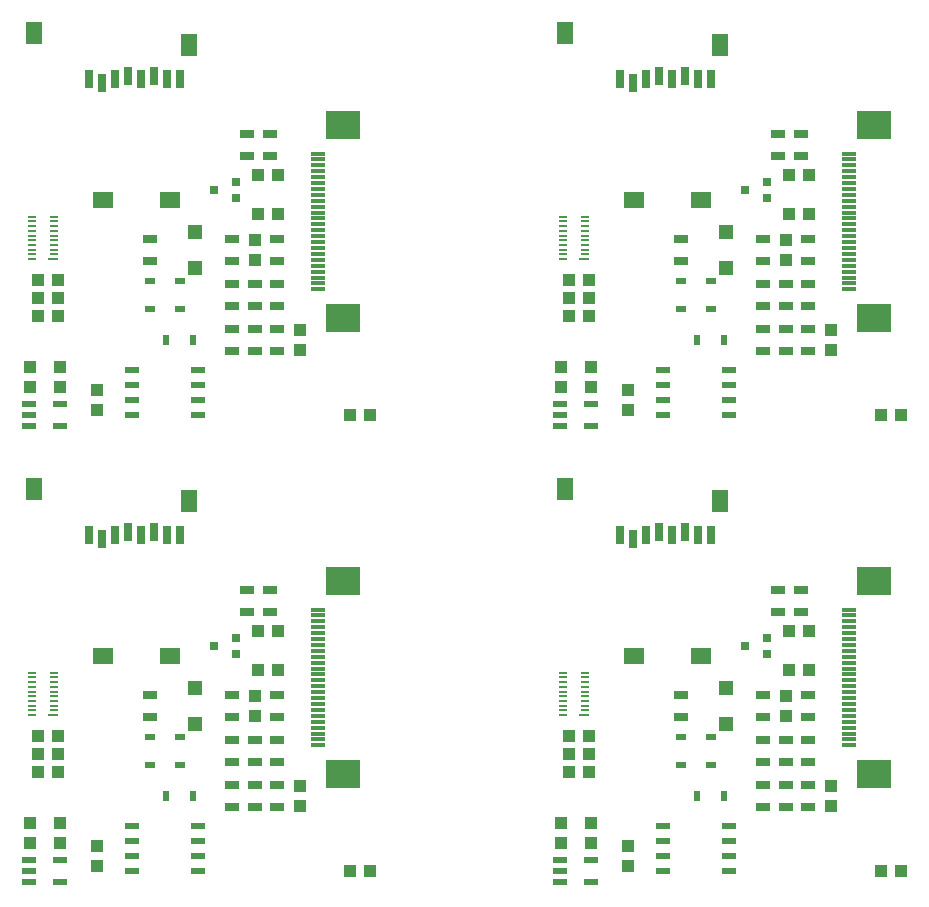
<source format=gtp>
G75*
%MOIN*%
%OFA0B0*%
%FSLAX25Y25*%
%IPPOS*%
%LPD*%
%AMOC8*
5,1,8,0,0,1.08239X$1,22.5*
%
%ADD10R,0.03937X0.04331*%
%ADD11R,0.04724X0.03150*%
%ADD12R,0.03268X0.02480*%
%ADD13R,0.02480X0.03268*%
%ADD14R,0.05118X0.05118*%
%ADD15R,0.02756X0.02756*%
%ADD16R,0.04331X0.03937*%
%ADD17R,0.04921X0.01181*%
%ADD18R,0.11811X0.09449*%
%ADD19R,0.04724X0.02165*%
%ADD20R,0.07087X0.05512*%
%ADD21R,0.05512X0.07480*%
%ADD22R,0.03150X0.05906*%
%ADD23R,0.04724X0.02362*%
%ADD24R,0.03150X0.00787*%
%ADD25R,0.03543X0.00787*%
D10*
X0063342Y0047904D03*
X0063342Y0054596D03*
X0073342Y0054596D03*
X0073342Y0047904D03*
X0085842Y0047096D03*
X0085842Y0040404D03*
X0138342Y0090404D03*
X0138342Y0097096D03*
X0153342Y0067096D03*
X0153342Y0060404D03*
X0240342Y0054596D03*
X0240342Y0047904D03*
X0250342Y0047904D03*
X0250342Y0054596D03*
X0262842Y0047096D03*
X0262842Y0040404D03*
X0315342Y0090404D03*
X0315342Y0097096D03*
X0330342Y0067096D03*
X0330342Y0060404D03*
X0262842Y0192404D03*
X0262842Y0199096D03*
X0250342Y0199904D03*
X0250342Y0206596D03*
X0240342Y0206596D03*
X0240342Y0199904D03*
X0315342Y0242404D03*
X0315342Y0249096D03*
X0330342Y0219096D03*
X0330342Y0212404D03*
X0153342Y0212404D03*
X0153342Y0219096D03*
X0138342Y0242404D03*
X0138342Y0249096D03*
X0085842Y0199096D03*
X0085842Y0192404D03*
X0073342Y0199904D03*
X0073342Y0206596D03*
X0063342Y0206596D03*
X0063342Y0199904D03*
D11*
X0103342Y0242207D03*
X0103342Y0249293D03*
X0130842Y0249293D03*
X0130842Y0242207D03*
X0130842Y0234293D03*
X0130842Y0227207D03*
X0138342Y0227207D03*
X0145842Y0227207D03*
X0145842Y0234293D03*
X0138342Y0234293D03*
X0145842Y0242207D03*
X0145842Y0249293D03*
X0143342Y0277207D03*
X0143342Y0284293D03*
X0135842Y0284293D03*
X0135842Y0277207D03*
X0138342Y0219293D03*
X0138342Y0212207D03*
X0145842Y0212207D03*
X0145842Y0219293D03*
X0130842Y0219293D03*
X0130842Y0212207D03*
X0135842Y0132293D03*
X0135842Y0125207D03*
X0143342Y0125207D03*
X0143342Y0132293D03*
X0145842Y0097293D03*
X0145842Y0090207D03*
X0145842Y0082293D03*
X0138342Y0082293D03*
X0138342Y0075207D03*
X0145842Y0075207D03*
X0145842Y0067293D03*
X0145842Y0060207D03*
X0138342Y0060207D03*
X0138342Y0067293D03*
X0130842Y0067293D03*
X0130842Y0060207D03*
X0130842Y0075207D03*
X0130842Y0082293D03*
X0130842Y0090207D03*
X0130842Y0097293D03*
X0103342Y0097293D03*
X0103342Y0090207D03*
X0280342Y0090207D03*
X0280342Y0097293D03*
X0307842Y0097293D03*
X0307842Y0090207D03*
X0307842Y0082293D03*
X0315342Y0082293D03*
X0315342Y0075207D03*
X0307842Y0075207D03*
X0307842Y0067293D03*
X0307842Y0060207D03*
X0315342Y0060207D03*
X0315342Y0067293D03*
X0322842Y0067293D03*
X0322842Y0060207D03*
X0322842Y0075207D03*
X0322842Y0082293D03*
X0322842Y0090207D03*
X0322842Y0097293D03*
X0320342Y0125207D03*
X0312842Y0125207D03*
X0312842Y0132293D03*
X0320342Y0132293D03*
X0322842Y0212207D03*
X0322842Y0219293D03*
X0315342Y0219293D03*
X0315342Y0212207D03*
X0307842Y0212207D03*
X0307842Y0219293D03*
X0307842Y0227207D03*
X0315342Y0227207D03*
X0315342Y0234293D03*
X0307842Y0234293D03*
X0307842Y0242207D03*
X0307842Y0249293D03*
X0322842Y0249293D03*
X0322842Y0242207D03*
X0322842Y0234293D03*
X0322842Y0227207D03*
X0280342Y0242207D03*
X0280342Y0249293D03*
X0312842Y0277207D03*
X0320342Y0277207D03*
X0320342Y0284293D03*
X0312842Y0284293D03*
D12*
X0290342Y0235278D03*
X0290342Y0226222D03*
X0280342Y0226222D03*
X0280342Y0235278D03*
X0113342Y0235278D03*
X0113342Y0226222D03*
X0103342Y0226222D03*
X0103342Y0235278D03*
X0103342Y0083278D03*
X0103342Y0074222D03*
X0113342Y0074222D03*
X0113342Y0083278D03*
X0280342Y0083278D03*
X0280342Y0074222D03*
X0290342Y0074222D03*
X0290342Y0083278D03*
D13*
X0294869Y0063750D03*
X0285814Y0063750D03*
X0117869Y0063750D03*
X0108814Y0063750D03*
X0108814Y0215750D03*
X0117869Y0215750D03*
X0285814Y0215750D03*
X0294869Y0215750D03*
D14*
X0295342Y0239844D03*
X0295342Y0251656D03*
X0118342Y0251656D03*
X0118342Y0239844D03*
X0118342Y0099656D03*
X0118342Y0087844D03*
X0295342Y0087844D03*
X0295342Y0099656D03*
D15*
X0308984Y0111191D03*
X0308984Y0116309D03*
X0301700Y0113750D03*
X0131984Y0111191D03*
X0131984Y0116309D03*
X0124700Y0113750D03*
X0131984Y0263191D03*
X0131984Y0268309D03*
X0124700Y0265750D03*
X0301700Y0265750D03*
X0308984Y0263191D03*
X0308984Y0268309D03*
D16*
X0316495Y0270750D03*
X0323188Y0270750D03*
X0323188Y0257750D03*
X0316495Y0257750D03*
X0249688Y0235750D03*
X0249688Y0229750D03*
X0249688Y0223750D03*
X0242995Y0223750D03*
X0242995Y0229750D03*
X0242995Y0235750D03*
X0176688Y0190750D03*
X0169995Y0190750D03*
X0146188Y0257750D03*
X0139495Y0257750D03*
X0139495Y0270750D03*
X0146188Y0270750D03*
X0072688Y0235750D03*
X0065995Y0235750D03*
X0065995Y0229750D03*
X0065995Y0223750D03*
X0072688Y0223750D03*
X0072688Y0229750D03*
X0139495Y0118750D03*
X0146188Y0118750D03*
X0146188Y0105750D03*
X0139495Y0105750D03*
X0072688Y0083750D03*
X0072688Y0077750D03*
X0065995Y0077750D03*
X0065995Y0083750D03*
X0065995Y0071750D03*
X0072688Y0071750D03*
X0169995Y0038750D03*
X0176688Y0038750D03*
X0242995Y0071750D03*
X0242995Y0077750D03*
X0242995Y0083750D03*
X0249688Y0083750D03*
X0249688Y0077750D03*
X0249688Y0071750D03*
X0316495Y0105750D03*
X0323188Y0105750D03*
X0323188Y0118750D03*
X0316495Y0118750D03*
X0346995Y0190750D03*
X0353688Y0190750D03*
X0353688Y0038750D03*
X0346995Y0038750D03*
D17*
X0336582Y0080612D03*
X0336582Y0082581D03*
X0336582Y0084549D03*
X0336582Y0086518D03*
X0336582Y0088486D03*
X0336582Y0090455D03*
X0336582Y0092423D03*
X0336582Y0094392D03*
X0336582Y0096360D03*
X0336582Y0098329D03*
X0336582Y0100297D03*
X0336582Y0102266D03*
X0336582Y0104234D03*
X0336582Y0106203D03*
X0336582Y0108171D03*
X0336582Y0110140D03*
X0336582Y0112108D03*
X0336582Y0114077D03*
X0336582Y0116045D03*
X0336582Y0118014D03*
X0336582Y0119982D03*
X0336582Y0121951D03*
X0336582Y0123919D03*
X0336582Y0125888D03*
X0336582Y0232612D03*
X0336582Y0234581D03*
X0336582Y0236549D03*
X0336582Y0238518D03*
X0336582Y0240486D03*
X0336582Y0242455D03*
X0336582Y0244423D03*
X0336582Y0246392D03*
X0336582Y0248360D03*
X0336582Y0250329D03*
X0336582Y0252297D03*
X0336582Y0254266D03*
X0336582Y0256234D03*
X0336582Y0258203D03*
X0336582Y0260171D03*
X0336582Y0262140D03*
X0336582Y0264108D03*
X0336582Y0266077D03*
X0336582Y0268045D03*
X0336582Y0270014D03*
X0336582Y0271982D03*
X0336582Y0273951D03*
X0336582Y0275919D03*
X0336582Y0277888D03*
X0159582Y0277888D03*
X0159582Y0275919D03*
X0159582Y0273951D03*
X0159582Y0271982D03*
X0159582Y0270014D03*
X0159582Y0268045D03*
X0159582Y0266077D03*
X0159582Y0264108D03*
X0159582Y0262140D03*
X0159582Y0260171D03*
X0159582Y0258203D03*
X0159582Y0256234D03*
X0159582Y0254266D03*
X0159582Y0252297D03*
X0159582Y0250329D03*
X0159582Y0248360D03*
X0159582Y0246392D03*
X0159582Y0244423D03*
X0159582Y0242455D03*
X0159582Y0240486D03*
X0159582Y0238518D03*
X0159582Y0236549D03*
X0159582Y0234581D03*
X0159582Y0232612D03*
X0159582Y0125888D03*
X0159582Y0123919D03*
X0159582Y0121951D03*
X0159582Y0119982D03*
X0159582Y0118014D03*
X0159582Y0116045D03*
X0159582Y0114077D03*
X0159582Y0112108D03*
X0159582Y0110140D03*
X0159582Y0108171D03*
X0159582Y0106203D03*
X0159582Y0104234D03*
X0159582Y0102266D03*
X0159582Y0100297D03*
X0159582Y0098329D03*
X0159582Y0096360D03*
X0159582Y0094392D03*
X0159582Y0092423D03*
X0159582Y0090455D03*
X0159582Y0088486D03*
X0159582Y0086518D03*
X0159582Y0084549D03*
X0159582Y0082581D03*
X0159582Y0080612D03*
D18*
X0167948Y0070967D03*
X0167948Y0135533D03*
X0167948Y0222967D03*
X0167948Y0287533D03*
X0344948Y0287533D03*
X0344948Y0222967D03*
X0344948Y0135533D03*
X0344948Y0070967D03*
D19*
X0063223Y0035010D03*
X0063223Y0038750D03*
X0063223Y0042490D03*
X0073460Y0042490D03*
X0073460Y0035010D03*
X0240223Y0035010D03*
X0240223Y0038750D03*
X0240223Y0042490D03*
X0250460Y0042490D03*
X0250460Y0035010D03*
X0250460Y0187010D03*
X0250460Y0194490D03*
X0240223Y0194490D03*
X0240223Y0190750D03*
X0240223Y0187010D03*
X0073460Y0187010D03*
X0073460Y0194490D03*
X0063223Y0194490D03*
X0063223Y0190750D03*
X0063223Y0187010D03*
D20*
X0087830Y0262325D03*
X0110271Y0262325D03*
X0264830Y0262325D03*
X0287271Y0262325D03*
X0287271Y0110325D03*
X0264830Y0110325D03*
X0110271Y0110325D03*
X0087830Y0110325D03*
D21*
X0116570Y0162096D03*
X0064798Y0166033D03*
X0241798Y0166033D03*
X0293570Y0162096D03*
X0293570Y0314096D03*
X0241798Y0318033D03*
X0116570Y0314096D03*
X0064798Y0318033D03*
D22*
X0083145Y0302876D03*
X0087476Y0301301D03*
X0091806Y0302876D03*
X0096137Y0303663D03*
X0100468Y0302876D03*
X0104798Y0303663D03*
X0109129Y0302876D03*
X0113460Y0302876D03*
X0260145Y0302876D03*
X0264476Y0301301D03*
X0268806Y0302876D03*
X0273137Y0303663D03*
X0277468Y0302876D03*
X0281798Y0303663D03*
X0286129Y0302876D03*
X0290460Y0302876D03*
X0281798Y0151663D03*
X0277468Y0150876D03*
X0273137Y0151663D03*
X0268806Y0150876D03*
X0264476Y0149301D03*
X0260145Y0150876D03*
X0286129Y0150876D03*
X0290460Y0150876D03*
X0113460Y0150876D03*
X0109129Y0150876D03*
X0104798Y0151663D03*
X0100468Y0150876D03*
X0096137Y0151663D03*
X0091806Y0150876D03*
X0087476Y0149301D03*
X0083145Y0150876D03*
D23*
X0097318Y0190750D03*
X0097318Y0195750D03*
X0097318Y0200750D03*
X0097318Y0205750D03*
X0119365Y0205750D03*
X0119365Y0200750D03*
X0119365Y0195750D03*
X0119365Y0190750D03*
X0274318Y0190750D03*
X0274318Y0195750D03*
X0274318Y0200750D03*
X0274318Y0205750D03*
X0296365Y0205750D03*
X0296365Y0200750D03*
X0296365Y0195750D03*
X0296365Y0190750D03*
X0296365Y0053750D03*
X0296365Y0048750D03*
X0296365Y0043750D03*
X0296365Y0038750D03*
X0274318Y0038750D03*
X0274318Y0043750D03*
X0274318Y0048750D03*
X0274318Y0053750D03*
X0119365Y0053750D03*
X0119365Y0048750D03*
X0119365Y0043750D03*
X0119365Y0038750D03*
X0097318Y0038750D03*
X0097318Y0043750D03*
X0097318Y0048750D03*
X0097318Y0053750D03*
D24*
X0064298Y0090663D03*
X0064298Y0092238D03*
X0064298Y0093813D03*
X0064298Y0095388D03*
X0064298Y0096963D03*
X0064298Y0098537D03*
X0064298Y0100112D03*
X0064298Y0101687D03*
X0064298Y0103262D03*
X0064298Y0104837D03*
X0071385Y0104837D03*
X0071385Y0103262D03*
X0071385Y0101687D03*
X0071385Y0100112D03*
X0071385Y0098537D03*
X0071385Y0096963D03*
X0071385Y0095388D03*
X0071385Y0093813D03*
X0071385Y0092238D03*
X0241298Y0092238D03*
X0241298Y0090663D03*
X0241298Y0093813D03*
X0241298Y0095388D03*
X0241298Y0096963D03*
X0241298Y0098537D03*
X0241298Y0100112D03*
X0241298Y0101687D03*
X0241298Y0103262D03*
X0241298Y0104837D03*
X0248385Y0104837D03*
X0248385Y0103262D03*
X0248385Y0101687D03*
X0248385Y0100112D03*
X0248385Y0098537D03*
X0248385Y0096963D03*
X0248385Y0095388D03*
X0248385Y0093813D03*
X0248385Y0092238D03*
X0241298Y0242663D03*
X0241298Y0244238D03*
X0241298Y0245813D03*
X0241298Y0247388D03*
X0241298Y0248963D03*
X0241298Y0250537D03*
X0241298Y0252112D03*
X0241298Y0253687D03*
X0241298Y0255262D03*
X0241298Y0256837D03*
X0248385Y0256837D03*
X0248385Y0255262D03*
X0248385Y0253687D03*
X0248385Y0252112D03*
X0248385Y0250537D03*
X0248385Y0248963D03*
X0248385Y0247388D03*
X0248385Y0245813D03*
X0248385Y0244238D03*
X0071385Y0244238D03*
X0071385Y0245813D03*
X0071385Y0247388D03*
X0071385Y0248963D03*
X0071385Y0250537D03*
X0071385Y0252112D03*
X0071385Y0253687D03*
X0071385Y0255262D03*
X0071385Y0256837D03*
X0064298Y0256837D03*
X0064298Y0255262D03*
X0064298Y0253687D03*
X0064298Y0252112D03*
X0064298Y0250537D03*
X0064298Y0248963D03*
X0064298Y0247388D03*
X0064298Y0245813D03*
X0064298Y0244238D03*
X0064298Y0242663D03*
D25*
X0071188Y0242663D03*
X0248188Y0242663D03*
X0248188Y0090663D03*
X0071188Y0090663D03*
M02*

</source>
